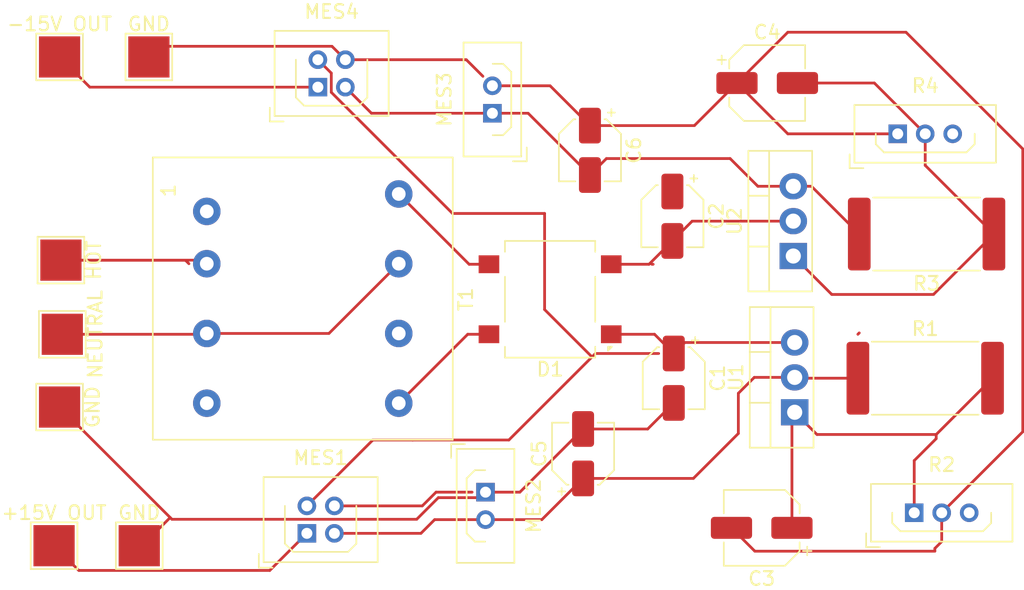
<source format=kicad_pcb>
(kicad_pcb (version 20241229) (generator "pcbnew") (generator_version "9.0")
  (layers (0 "F.Cu" signal) (2 "B.Cu" signal) (13 "F.Paste" user) (15 "B.Paste" user) (5 "F.SilkS" user "F.Silkscreen") (7 "B.SilkS" user "B.Silkscreen") (1 "F.Mask" user) (3 "B.Mask" user) (25 "Edge.Cuts" user))
  (net 0 "")
  (net 1 "Net-(T1-SA)")
  (net 2 "Net-(D1-+)")
  (net 3 "Net-(D1--)")
  (net 4 "Net-(T1-SB)")
  (net 5 "Net-(MES1-+)")
  (net 6 "Net-(U1-ADJ)")
  (net 7 "Net-(U2-ADJ)")
  (net 8 "Net-(MES3--)")
  (net 9 "GND")
  (net 10 "Net-(T1-AA)")
  (net 11 "/1.25 TO 21.35V Output")
  (net 12 "/-1.25 TO -21.35V Output")
  (footprint "Transformer_THT:Transformer_Coilcraft_Q4434-B_Rhombus-T1311" (layer "F.Cu") (at 96.015 78.15 -90)
    (property "Reference" "T1" (at 6.4 -18.85 90) (layer "F.SilkS"))
    (property "Value" "Triad F5-24" (hide yes))
    (fp_line (start 16.63 3.93) (end -3.93 3.93) (stroke (width 0.12)) (layer "F.SilkS"))
    (fp_line (start 16.63 3.93) (end 16.63 -17.9) (stroke (width 0.12)) (layer "F.SilkS"))
    (fp_line (start -3.93 -17.9) (end -3.93 3.93) (stroke (width 0.12)) (layer "F.SilkS"))
    (fp_line (start -3.93 -17.9) (end 16.63 -17.9) (stroke (width 0.12)) (layer "F.SilkS"))
    (fp_text user "1" (at -1.52 2.79 90) (layer "F.SilkS"))
    (pad "1" thru_hole circle (at 0 0 270) (size 2 2) (drill 1) (layers "*.Cu" "*.Mask"))
    (pad "2" thru_hole circle (at 3.81 0 270) (size 2 2) (drill 1) (layers "*.Cu" "*.Mask") (net 10 "Net-(T1-AA)"))
    (pad "3" thru_hole circle (at 8.89 0 270) (size 2 2) (drill 1) (layers "*.Cu" "*.Mask") (net 9 "GND"))
    (pad "4" thru_hole circle (at 13.97 0 270) (size 2 2) (drill 1) (layers "*.Cu" "*.Mask"))
    (pad "5" thru_hole circle (at 13.97 -13.97 270) (size 2 2) (drill 1) (layers "*.Cu" "*.Mask") (net 4 "Net-(T1-SB)"))
    (pad "6" thru_hole circle (at 8.89 -13.97 270) (size 2 2) (drill 1) (layers "*.Cu" "*.Mask"))
    (pad "7" thru_hole circle (at 3.81 -13.97 270) (size 2 2) (drill 1) (layers "*.Cu" "*.Mask") (net 9 "GND"))
    (pad "8" thru_hole circle (at -1.27 -13.97 270) (size 2 2) (drill 1) (layers "*.Cu" "*.Mask") (net 1 "Net-(T1-SA)"))
  )
  (footprint "Diode_SMD:Diode_Bridge_OnSemi_SDIP-4L" (layer "F.Cu") (at 121 84.55 180)
    (property "Reference" "D1" (at 0 -5.1 0) (layer "F.SilkS"))
    (property "Value" "CD-HD2004" (hide yes))
    (fp_line (start 3.285 4.25) (end 3.285 3.46) (stroke (width 0.12)) (layer "F.SilkS"))
    (fp_line (start 3.285 -1.64) (end 3.285 1.64) (stroke (width 0.12)) (layer "F.SilkS"))
    (fp_line (start 3.285 -3.46) (end 3.285 -4.25) (stroke (width 0.12)) (layer "F.SilkS"))
    (fp_line (start -3.275 -4.25) (end 3.275 -4.25) (stroke (width 0.12)) (layer "F.SilkS"))
    (fp_line (start -3.285 4.25) (end 3.285 4.25) (stroke (width 0.12)) (layer "F.SilkS"))
    (fp_line (start -3.285 3.46) (end -3.285 4.25) (stroke (width 0.12)) (layer "F.SilkS"))
    (fp_line (start -3.285 -1.64) (end -3.285 1.64) (stroke (width 0.12)) (layer "F.SilkS"))
    (fp_line (start -3.285 -4.25) (end -3.285 -3.46) (stroke (width 0.12)) (layer "F.SilkS"))
    (fp_poly (pts (xy -4.2125 -3.46) (xy -4.4925 -3.46) (xy -4.2125 -3.74) (xy -4.2125 -3.46)) (stroke (width 0.12)) (fill yes) (layer "F.SilkS"))
    (pad "1" smd rect (at -4.45 -2.55 180) (size 1.5 1.3) (layers "F.Cu" "F.Mask" "F.Paste") (net 2 "Net-(D1-+)"))
    (pad "2" smd rect (at -4.45 2.55 180) (size 1.5 1.3) (layers "F.Cu" "F.Mask" "F.Paste") (net 3 "Net-(D1--)"))
    (pad "3" smd rect (at 4.45 2.55 180) (size 1.5 1.3) (layers "F.Cu" "F.Mask" "F.Paste") (net 1 "Net-(T1-SA)"))
    (pad "4" smd rect (at 4.45 -2.55 180) (size 1.5 1.3) (layers "F.Cu" "F.Mask" "F.Paste") (net 4 "Net-(T1-SB)"))
  )
  (footprint "Connector_Harwin:Harwin_LTek-Male_2x02_P2.00mm_Vertical" (layer "F.Cu") (at 103.3 101.6)
    (property "Reference" "MES1" (at 1 -5.5 0) (layer "F.SilkS"))
    (property "Value" "Adafruit Ammeter" (hide yes))
    (fp_line (start -3.5 1.5) (end -3.5 2.5) (stroke (width 0.12)) (layer "F.SilkS"))
    (fp_line (start -3.5 2.5) (end -2.5 2.5) (stroke (width 0.12)) (layer "F.SilkS"))
    (fp_line (start -3.15 -4.1) (end -3.15 2.1) (stroke (width 0.12)) (layer "F.SilkS"))
    (fp_line (start -3.15 2.1) (end 5.15 2.1) (stroke (width 0.12)) (layer "F.SilkS"))
    (fp_line (start -1.6 -2) (end -1.6 0.75) (stroke (width 0.12)) (layer "F.SilkS"))
    (fp_line (start -1.6 0.75) (end -1 1.35) (stroke (width 0.12)) (layer "F.SilkS"))
    (fp_line (start -1 1.35) (end 1 1.35) (stroke (width 0.12)) (layer "F.SilkS"))
    (fp_line (start 3 1.35) (end 1 1.35) (stroke (width 0.12)) (layer "F.SilkS"))
    (fp_line (start 3.6 -2) (end 3.6 0.75) (stroke (width 0.12)) (layer "F.SilkS"))
    (fp_line (start 3.6 0.75) (end 3 1.35) (stroke (width 0.12)) (layer "F.SilkS"))
    (fp_line (start 5.15 -4.1) (end -3.15 -4.1) (stroke (width 0.12)) (layer "F.SilkS"))
    (fp_line (start 5.15 2.1) (end 5.15 -4.1) (stroke (width 0.12)) (layer "F.SilkS"))
    (pad "1" thru_hole rect (at 0 0) (size 1.35 1.35) (drill 0.8) (layers "*.Cu" "*.Mask") (net 11 "/1.25 TO 21.35V Output"))
    (pad "2" thru_hole circle (at 2 0) (size 1.35 1.35) (drill 0.8) (layers "*.Cu" "*.Mask") (net 5 "Net-(MES1-+)"))
    (pad "3" thru_hole circle (at 0 -2) (size 1.35 1.35) (drill 0.8) (layers "*.Cu" "*.Mask"))
    (pad "4" thru_hole circle (at 2 -2) (size 1.35 1.35) (drill 0.8) (layers "*.Cu" "*.Mask"))
  )
  (footprint "TestPoint:TestPoint_Pad_3.0x3.0mm" (layer "F.Cu") (at 85.3 66.9)
    (property "Reference" "-15V OUT" (at 0 -2.398 0) (layer "F.SilkS"))
    (property "Value" "-15V Out" (hide yes))
    (fp_line (start -1.7 -1.7) (end 1.7 -1.7) (stroke (width 0.12)) (layer "F.SilkS"))
    (fp_line (start -1.7 1.7) (end -1.7 -1.7) (stroke (width 0.12)) (layer "F.SilkS"))
    (fp_line (start 1.7 -1.7) (end 1.7 1.7) (stroke (width 0.12)) (layer "F.SilkS"))
    (fp_line (start 1.7 1.7) (end -1.7 1.7) (stroke (width 0.12)) (layer "F.SilkS"))
    (pad "6" smd rect (at 0 0) (size 3 3) (layers "F.Cu" "F.Mask") (net 12 "/-1.25 TO -21.35V Output"))
  )
  (footprint "Capacitor_SMD:CP_Elec_4x4.5" (layer "F.Cu") (at 130 90.3 -90)
    (property "Reference" "C1" (at 0 -3.2 90) (layer "F.SilkS"))
    (property "Value" "0.1μF" (hide yes))
    (fp_line (start -1.195563 2.26) (end 2.26 2.26) (stroke (width 0.12)) (layer "F.SilkS"))
    (fp_line (start 2.26 2.26) (end 2.26 1.06) (stroke (width 0.12)) (layer "F.SilkS"))
    (fp_line (start -2.26 1.195563) (end -1.195563 2.26) (stroke (width 0.12)) (layer "F.SilkS"))
    (fp_line (start -2.26 1.195563) (end -2.26 1.06) (stroke (width 0.12)) (layer "F.SilkS"))
    (fp_line (start -2.26 -1.195563) (end -2.26 -1.06) (stroke (width 0.12)) (layer "F.SilkS"))
    (fp_line (start -2.26 -1.195563) (end -1.195563 -2.26) (stroke (width 0.12)) (layer "F.SilkS"))
    (fp_line (start -3 -1.56) (end -2.5 -1.56) (stroke (width 0.12)) (layer "F.SilkS"))
    (fp_line (start -2.75 -1.81) (end -2.75 -1.31) (stroke (width 0.12)) (layer "F.SilkS"))
    (fp_line (start -1.195563 -2.26) (end 2.26 -2.26) (stroke (width 0.12)) (layer "F.SilkS"))
    (fp_line (start 2.26 -2.26) (end 2.26 -1.06) (stroke (width 0.12)) (layer "F.SilkS"))
    (pad "1" smd roundrect (at -1.8 0 270) (size 2.6 1.6) (layers "F.Cu" "F.Mask" "F.Paste") (roundrect_rratio 0.15625) (net 2 "Net-(D1-+)"))
    (pad "2" smd roundrect (at 1.8 0 270) (size 2.6 1.6) (layers "F.Cu" "F.Mask" "F.Paste") (roundrect_rratio 0.15625) (net 9 "GND"))
  )
  (footprint "Package_TO_SOT_THT:TO-220-3_Vertical" (layer "F.Cu") (at 138.7 81.4 90)
    (property "Reference" "U2" (at 2.54 -4.27 90) (layer "F.SilkS"))
    (property "Value" "LM337_TO220" (hide yes))
    (fp_line (start 7.66 -3.27) (end 7.66 1.371) (stroke (width 0.12)) (layer "F.SilkS"))
    (fp_line (start 4.391 -3.27) (end 4.391 -1.76) (stroke (width 0.12)) (layer "F.SilkS"))
    (fp_line (start 0.69 -3.27) (end 0.69 -1.76) (stroke (width 0.12)) (layer "F.SilkS"))
    (fp_line (start -2.58 -3.27) (end 7.66 -3.27) (stroke (width 0.12)) (layer "F.SilkS"))
    (fp_line (start -2.58 -3.27) (end -2.58 1.371) (stroke (width 0.12)) (layer "F.SilkS"))
    (fp_line (start -2.58 -1.76) (end 7.66 -1.76) (stroke (width 0.12)) (layer "F.SilkS"))
    (fp_line (start -2.58 1.371) (end 7.66 1.371) (stroke (width 0.12)) (layer "F.SilkS"))
    (pad "1" thru_hole rect (at 0 0 90) (size 1.905 2) (drill 1.1) (layers "*.Cu" "*.Mask") (net 7 "Net-(U2-ADJ)"))
    (pad "2" thru_hole oval (at 2.54 0 90) (size 1.905 2) (drill 1.1) (layers "*.Cu" "*.Mask") (net 3 "Net-(D1--)"))
    (pad "3" thru_hole oval (at 5.08 0 90) (size 1.905 2) (drill 1.1) (layers "*.Cu" "*.Mask") (net 8 "Net-(MES3--)"))
  )
  (footprint "TestPoint:TestPoint_Pad_3.0x3.0mm" (layer "F.Cu") (at 84.9 102.5)
    (property "Reference" "+15V OUT" (at 0 -2.398 0) (layer "F.SilkS"))
    (property "Value" "+15V Out" (hide yes))
    (fp_line (start -1.7 -1.7) (end 1.7 -1.7) (stroke (width 0.12)) (layer "F.SilkS"))
    (fp_line (start -1.7 1.7) (end -1.7 -1.7) (stroke (width 0.12)) (layer "F.SilkS"))
    (fp_line (start 1.7 -1.7) (end 1.7 1.7) (stroke (width 0.12)) (layer "F.SilkS"))
    (fp_line (start 1.7 1.7) (end -1.7 1.7) (stroke (width 0.12)) (layer "F.SilkS"))
    (pad "4" smd rect (at 0 0) (size 3 3) (layers "F.Cu" "F.Mask") (net 11 "/1.25 TO 21.35V Output"))
  )
  (footprint "Connector_Harwin:Harwin_LTek-Male_03_P2.00mm_Vertical" (layer "F.Cu") (at 146.3 72.5)
    (property "Reference" "R4" (at 2 -3.5 0) (layer "F.SilkS"))
    (property "Value" "2kΩ" (hide yes))
    (fp_line (start -3.5 1.5) (end -3.5 2.5) (stroke (width 0.12)) (layer "F.SilkS"))
    (fp_line (start -3.5 2.5) (end -2.5 2.5) (stroke (width 0.12)) (layer "F.SilkS"))
    (fp_line (start -3.15 -2.1) (end -3.15 2.1) (stroke (width 0.12)) (layer "F.SilkS"))
    (fp_line (start -3.15 2.1) (end 7.15 2.1) (stroke (width 0.12)) (layer "F.SilkS"))
    (fp_line (start -1.6 0) (end -1.6 0.75) (stroke (width 0.12)) (layer "F.SilkS"))
    (fp_line (start -1.6 0.75) (end -1 1.35) (stroke (width 0.12)) (layer "F.SilkS"))
    (fp_line (start -1 1.35) (end 2 1.35) (stroke (width 0.12)) (layer "F.SilkS"))
    (fp_line (start 5 1.35) (end 2 1.35) (stroke (width 0.12)) (layer "F.SilkS"))
    (fp_line (start 5.6 0) (end 5.6 0.75) (stroke (width 0.12)) (layer "F.SilkS"))
    (fp_line (start 5.6 0.75) (end 5 1.35) (stroke (width 0.12)) (layer "F.SilkS"))
    (fp_line (start 7.15 -2.1) (end -3.15 -2.1) (stroke (width 0.12)) (layer "F.SilkS"))
    (fp_line (start 7.15 2.1) (end 7.15 -2.1) (stroke (width 0.12)) (layer "F.SilkS"))
    (pad "1" thru_hole rect (at 0 0) (size 1.35 1.35) (drill 0.8) (layers "*.Cu" "*.Mask") (net 9 "GND"))
    (pad "2" thru_hole circle (at 2 0) (size 1.35 1.35) (drill 0.8) (layers "*.Cu" "*.Mask") (net 7 "Net-(U2-ADJ)"))
    (pad "3" thru_hole circle (at 4 0) (size 1.35 1.35) (drill 0.8) (layers "*.Cu" "*.Mask"))
  )
  (footprint "Capacitor_SMD:CP_Elec_5x5.3" (layer "F.Cu") (at 136.4 101.2 180)
    (property "Reference" "C3" (at 0 -3.7 0) (layer "F.SilkS"))
    (property "Value" "10μF" (hide yes))
    (fp_line (start 2.76 2.76) (end 2.76 1.06) (stroke (width 0.12)) (layer "F.SilkS"))
    (fp_line (start 2.76 -2.76) (end 2.76 -1.06) (stroke (width 0.12)) (layer "F.SilkS"))
    (fp_line (start -1.695563 2.76) (end 2.76 2.76) (stroke (width 0.12)) (layer "F.SilkS"))
    (fp_line (start -1.695563 -2.76) (end 2.76 -2.76) (stroke (width 0.12)) (layer "F.SilkS"))
    (fp_line (start -2.76 1.695563) (end -1.695563 2.76) (stroke (width 0.12)) (layer "F.SilkS"))
    (fp_line (start -2.76 1.695563) (end -2.76 1.06) (stroke (width 0.12)) (layer "F.SilkS"))
    (fp_line (start -2.76 -1.695563) (end -1.695563 -2.76) (stroke (width 0.12)) (layer "F.SilkS"))
    (fp_line (start -2.76 -1.695563) (end -2.76 -1.06) (stroke (width 0.12)) (layer "F.SilkS"))
    (fp_line (start -3.3125 -1.9975) (end -3.3125 -1.3725) (stroke (width 0.12)) (layer "F.SilkS"))
    (fp_line (start -3.625 -1.685) (end -3 -1.685) (stroke (width 0.12)) (layer "F.SilkS"))
    (pad "1" smd roundrect (at -2.2 0 180) (size 3 1.6) (layers "F.Cu" "F.Mask" "F.Paste") (roundrect_rratio 0.15625) (net 6 "Net-(U1-ADJ)"))
    (pad "2" smd roundrect (at 2.2 0 180) (size 3 1.6) (layers "F.Cu" "F.Mask" "F.Paste") (roundrect_rratio 0.15625) (net 9 "GND"))
  )
  (footprint "Connector_Harwin:Harwin_LTek-Male_03_P2.00mm_Vertical" (layer "F.Cu") (at 147.5 100.1)
    (property "Reference" "R2" (at 2 -3.5 0) (layer "F.SilkS"))
    (property "Value" "2kΩ" (hide yes))
    (fp_line (start -3.5 1.5) (end -3.5 2.5) (stroke (width 0.12)) (layer "F.SilkS"))
    (fp_line (start -3.5 2.5) (end -2.5 2.5) (stroke (width 0.12)) (layer "F.SilkS"))
    (fp_line (start -3.15 -2.1) (end -3.15 2.1) (stroke (width 0.12)) (layer "F.SilkS"))
    (fp_line (start -3.15 2.1) (end 7.15 2.1) (stroke (width 0.12)) (layer "F.SilkS"))
    (fp_line (start -1.6 0) (end -1.6 0.75) (stroke (width 0.12)) (layer "F.SilkS"))
    (fp_line (start -1.6 0.75) (end -1 1.35) (stroke (width 0.12)) (layer "F.SilkS"))
    (fp_line (start -1 1.35) (end 2 1.35) (stroke (width 0.12)) (layer "F.SilkS"))
    (fp_line (start 5 1.35) (end 2 1.35) (stroke (width 0.12)) (layer "F.SilkS"))
    (fp_line (start 5.6 0) (end 5.6 0.75) (stroke (width 0.12)) (layer "F.SilkS"))
    (fp_line (start 5.6 0.75) (end 5 1.35) (stroke (width 0.12)) (layer "F.SilkS"))
    (fp_line (start 7.15 -2.1) (end -3.15 -2.1) (stroke (width 0.12)) (layer "F.SilkS"))
    (fp_line (start 7.15 2.1) (end 7.15 -2.1) (stroke (width 0.12)) (layer "F.SilkS"))
    (pad "1" thru_hole rect (at 0 0) (size 1.35 1.35) (drill 0.8) (layers "*.Cu" "*.Mask") (net 6 "Net-(U1-ADJ)"))
    (pad "2" thru_hole circle (at 2 0) (size 1.35 1.35) (drill 0.8) (layers "*.Cu" "*.Mask") (net 9 "GND"))
    (pad "3" thru_hole circle (at 4 0) (size 1.35 1.35) (drill 0.8) (layers "*.Cu" "*.Mask"))
  )
  (footprint "Connector_Harwin:Harwin_LTek-Male_02_P2.00mm_Vertical" (layer "F.Cu") (at 116.8 71 90)
    (property "Reference" "MES3" (at 1 -3.5 90) (layer "F.SilkS"))
    (property "Value" "Adafruit Voltmeter" (hide yes))
    (fp_line (start 5.15 -2.1) (end -3.15 -2.1) (stroke (width 0.12)) (layer "F.SilkS"))
    (fp_line (start -3.15 -2.1) (end -3.15 2.1) (stroke (width 0.12)) (layer "F.SilkS"))
    (fp_line (start 3.6 0.025) (end 3.6 0.775) (stroke (width 0.12)) (layer "F.SilkS"))
    (fp_line (start -1.6 0.025) (end -1.6 0.775) (stroke (width 0.12)) (layer "F.SilkS"))
    (fp_line (start 3.6 0.775) (end 3 1.375) (stroke (width 0.12)) (layer "F.SilkS"))
    (fp_line (start -1.6 0.775) (end -1 1.375) (stroke (width 0.12)) (layer "F.SilkS"))
    (fp_line (start 3 1.375) (end 1 1.375) (stroke (width 0.12)) (layer "F.SilkS"))
    (fp_line (start -1 1.375) (end 1 1.375) (stroke (width 0.12)) (layer "F.SilkS"))
    (fp_line (start -3.5 1.5) (end -3.5 2.5) (stroke (width 0.12)) (layer "F.SilkS"))
    (fp_line (start 5.15 2.1) (end 5.15 -2.1) (stroke (width 0.12)) (layer "F.SilkS"))
    (fp_line (start -3.15 2.1) (end 5.15 2.1) (stroke (width 0.12)) (layer "F.SilkS"))
    (fp_line (start -3.5 2.5) (end -2.5 2.5) (stroke (width 0.12)) (layer "F.SilkS"))
    (pad "1" thru_hole rect (at 0 0 90) (size 1.35 1.35) (drill 0.8) (layers "*.Cu" "*.Mask") (net 8 "Net-(MES3--)"))
    (pad "2" thru_hole circle (at 2 0 90) (size 1.35 1.35) (drill 0.8) (layers "*.Cu" "*.Mask") (net 9 "GND"))
  )
  (footprint "TestPoint:TestPoint_Pad_3.0x3.0mm" (layer "F.Cu") (at 85.5 87.1 -90)
    (property "Reference" "NEUTRAL" (at 0 -2.398 90) (layer "F.SilkS"))
    (property "Value" "NEUTRAL" (hide yes))
    (fp_line (start -1.7 1.7) (end -1.7 -1.7) (stroke (width 0.12)) (layer "F.SilkS"))
    (fp_line (start 1.7 1.7) (end -1.7 1.7) (stroke (width 0.12)) (layer "F.SilkS"))
    (fp_line (start -1.7 -1.7) (end 1.7 -1.7) (stroke (width 0.12)) (layer "F.SilkS"))
    (fp_line (start 1.7 -1.7) (end 1.7 1.7) (stroke (width 0.12)) (layer "F.SilkS"))
    (pad "2" smd rect (at 0 0 270) (size 3 3) (layers "F.Cu" "F.Mask") (net 9 "GND"))
  )
  (footprint "Resistor_SMD:R_4020_10251Metric_Pad1.65x5.30mm_HandSolder" (layer "F.Cu") (at 148.4 79.8 180)
    (property "Reference" "R3" (at 0 -3.6 0) (layer "F.SilkS"))
    (property "Value" "120Ω 1%" (hide yes))
    (fp_line (start -3.886252 2.66) (end 3.886252 2.66) (stroke (width 0.12)) (layer "F.SilkS"))
    (fp_line (start -3.886252 -2.66) (end 3.886252 -2.66) (stroke (width 0.12)) (layer "F.SilkS"))
    (pad "1" smd roundrect (at -4.9 0 180) (size 1.65 5.3) (layers "F.Cu" "F.Mask" "F.Paste") (roundrect_rratio 0.151515) (net 7 "Net-(U2-ADJ)"))
    (pad "2" smd roundrect (at 4.9 0 180) (size 1.65 5.3) (layers "F.Cu" "F.Mask" "F.Paste") (roundrect_rratio 0.151515) (net 8 "Net-(MES3--)"))
  )
  (footprint "TestPoint:TestPoint_Pad_3.0x3.0mm" (layer "F.Cu") (at 91.8 66.9)
    (property "Reference" "GND" (at 0 -2.398 0) (layer "F.SilkS"))
    (property "Value" "GND" (hide yes))
    (fp_line (start -1.7 -1.7) (end 1.7 -1.7) (stroke (width 0.12)) (layer "F.SilkS"))
    (fp_line (start -1.7 1.7) (end -1.7 -1.7) (stroke (width 0.12)) (layer "F.SilkS"))
    (fp_line (start 1.7 -1.7) (end 1.7 1.7) (stroke (width 0.12)) (layer "F.SilkS"))
    (fp_line (start 1.7 1.7) (end -1.7 1.7) (stroke (width 0.12)) (layer "F.SilkS"))
    (pad "7" smd rect (at 0 0) (size 3 3) (layers "F.Cu" "F.Mask") (net 9 "GND"))
  )
  (footprint "Capacitor_SMD:CP_Elec_4x5.8" (layer "F.Cu") (at 123.4 95.8 90)
    (property "Reference" "C5" (at 0 -3.2 90) (layer "F.SilkS"))
    (property "Value" "1μF" (hide yes))
    (fp_line (start 2.26 -2.26) (end 2.26 -1.06) (stroke (width 0.12)) (layer "F.SilkS"))
    (fp_line (start -1.195563 -2.26) (end 2.26 -2.26) (stroke (width 0.12)) (layer "F.SilkS"))
    (fp_line (start -2.75 -1.81) (end -2.75 -1.31) (stroke (width 0.12)) (layer "F.SilkS"))
    (fp_line (start -3 -1.56) (end -2.5 -1.56) (stroke (width 0.12)) (layer "F.SilkS"))
    (fp_line (start -2.26 -1.195563) (end -1.195563 -2.26) (stroke (width 0.12)) (layer "F.SilkS"))
    (fp_line (start -2.26 -1.195563) (end -2.26 -1.06) (stroke (width 0.12)) (layer "F.SilkS"))
    (fp_line (start -2.26 1.195563) (end -2.26 1.06) (stroke (width 0.12)) (layer "F.SilkS"))
    (fp_line (start -2.26 1.195563) (end -1.195563 2.26) (stroke (width 0.12)) (layer "F.SilkS"))
    (fp_line (start 2.26 2.26) (end 2.26 1.06) (stroke (width 0.12)) (layer "F.SilkS"))
    (fp_line (start -1.195563 2.26) (end 2.26 2.26) (stroke (width 0.12)) (layer "F.SilkS"))
    (pad "1" smd roundrect (at -1.8 0 90) (size 2.6 1.6) (layers "F.Cu" "F.Mask" "F.Paste") (roundrect_rratio 0.15625) (net 5 "Net-(MES1-+)"))
    (pad "2" smd roundrect (at 1.8 0 90) (size 2.6 1.6) (layers "F.Cu" "F.Mask" "F.Paste") (roundrect_rratio 0.15625) (net 9 "GND"))
  )
  (footprint "TestPoint:TestPoint_Pad_3.0x3.0mm" (layer "F.Cu") (at 91.1 102.5)
    (property "Reference" "GND" (at 0 -2.398 0) (layer "F.SilkS"))
    (property "Value" "GND" (hide yes))
    (fp_line (start -1.7 -1.7) (end 1.7 -1.7) (stroke (width 0.12)) (layer "F.SilkS"))
    (fp_line (start -1.7 1.7) (end -1.7 -1.7) (stroke (width 0.12)) (layer "F.SilkS"))
    (fp_line (start 1.7 -1.7) (end 1.7 1.7) (stroke (width 0.12)) (layer "F.SilkS"))
    (fp_line (start 1.7 1.7) (end -1.7 1.7) (stroke (width 0.12)) (layer "F.SilkS"))
    (pad "5" smd rect (at 0 0) (size 3 3) (layers "F.Cu" "F.Mask") (net 9 "GND"))
  )
  (footprint "Capacitor_SMD:CP_Elec_4x4.5" (layer "F.Cu") (at 129.9 78.5 -90)
    (property "Reference" "C2" (at 0 -3.2 90) (layer "F.SilkS"))
    (property "Value" "0.1μF" (hide yes))
    (fp_line (start -1.195563 2.26) (end 2.26 2.26) (stroke (width 0.12)) (layer "F.SilkS"))
    (fp_line (start 2.26 2.26) (end 2.26 1.06) (stroke (width 0.12)) (layer "F.SilkS"))
    (fp_line (start -2.26 1.195563) (end -1.195563 2.26) (stroke (width 0.12)) (layer "F.SilkS"))
    (fp_line (start -2.26 1.195563) (end -2.26 1.06) (stroke (width 0.12)) (layer "F.SilkS"))
    (fp_line (start -2.26 -1.195563) (end -2.26 -1.06) (stroke (width 0.12)) (layer "F.SilkS"))
    (fp_line (start -2.26 -1.195563) (end -1.195563 -2.26) (stroke (width 0.12)) (layer "F.SilkS"))
    (fp_line (start -3 -1.56) (end -2.5 -1.56) (stroke (width 0.12)) (layer "F.SilkS"))
    (fp_line (start -2.75 -1.81) (end -2.75 -1.31) (stroke (width 0.12)) (layer "F.SilkS"))
    (fp_line (start -1.195563 -2.26) (end 2.26 -2.26) (stroke (width 0.12)) (layer "F.SilkS"))
    (fp_line (start 2.26 -2.26) (end 2.26 -1.06) (stroke (width 0.12)) (layer "F.SilkS"))
    (pad "1" smd roundrect (at -1.8 0 270) (size 2.6 1.6) (layers "F.Cu" "F.Mask" "F.Paste") (roundrect_rratio 0.15625) (net 9 "GND"))
    (pad "2" smd roundrect (at 1.8 0 270) (size 2.6 1.6) (layers "F.Cu" "F.Mask" "F.Paste") (roundrect_rratio 0.15625) (net 3 "Net-(D1--)"))
  )
  (footprint "Connector_Harwin:Harwin_LTek-Male_2x02_P2.00mm_Vertical" (layer "F.Cu") (at 104.1 69.1)
    (property "Reference" "MES4" (at 1 -5.5 0) (layer "F.SilkS"))
    (property "Value" "Adafruit Ammeter" (hide yes))
    (fp_line (start -3.5 1.5) (end -3.5 2.5) (stroke (width 0.12)) (layer "F.SilkS"))
    (fp_line (start -3.5 2.5) (end -2.5 2.5) (stroke (width 0.12)) (layer "F.SilkS"))
    (fp_line (start -3.15 -4.1) (end -3.15 2.1) (stroke (width 0.12)) (layer "F.SilkS"))
    (fp_line (start -3.15 2.1) (end 5.15 2.1) (stroke (width 0.12)) (layer "F.SilkS"))
    (fp_line (start -1.6 -2) (end -1.6 0.75) (stroke (width 0.12)) (layer "F.SilkS"))
    (fp_line (start -1.6 0.75) (end -1 1.35) (stroke (width 0.12)) (layer "F.SilkS"))
    (fp_line (start -1 1.35) (end 1 1.35) (stroke (width 0.12)) (layer "F.SilkS"))
    (fp_line (start 3 1.35) (end 1 1.35) (stroke (width 0.12)) (layer "F.SilkS"))
    (fp_line (start 3.6 -2) (end 3.6 0.75) (stroke (width 0.12)) (layer "F.SilkS"))
    (fp_line (start 3.6 0.75) (end 3 1.35) (stroke (width 0.12)) (layer "F.SilkS"))
    (fp_line (start 5.15 -4.1) (end -3.15 -4.1) (stroke (width 0.12)) (layer "F.SilkS"))
    (fp_line (start 5.15 2.1) (end 5.15 -4.1) (stroke (width 0.12)) (layer "F.SilkS"))
    (pad "1" thru_hole rect (at 0 0) (size 1.35 1.35) (drill 0.8) (layers "*.Cu" "*.Mask") (net 12 "/-1.25 TO -21.35V Output"))
    (pad "2" thru_hole circle (at 2 0) (size 1.35 1.35) (drill 0.8) (layers "*.Cu" "*.Mask") (net 8 "Net-(MES3--)"))
    (pad "3" thru_hole circle (at 0 -2) (size 1.35 1.35) (drill 0.8) (layers "*.Cu" "*.Mask"))
    (pad "4" thru_hole circle (at 2 -2) (size 1.35 1.35) (drill 0.8) (layers "*.Cu" "*.Mask") (net 9 "GND"))
  )
  (footprint "TestPoint:TestPoint_Pad_3.0x3.0mm" (layer "F.Cu") (at 85.4 81.7 -90)
    (property "Reference" "HOT" (at 0 -2.398 90) (layer "F.SilkS"))
    (property "Value" "HOT" (hide yes))
    (fp_line (start -1.7 1.7) (end -1.7 -1.7) (stroke (width 0.12)) (layer "F.SilkS"))
    (fp_line (start 1.7 1.7) (end -1.7 1.7) (stroke (width 0.12)) (layer "F.SilkS"))
    (fp_line (start -1.7 -1.7) (end 1.7 -1.7) (stroke (width 0.12)) (layer "F.SilkS"))
    (fp_line (start 1.7 -1.7) (end 1.7 1.7) (stroke (width 0.12)) (layer "F.SilkS"))
    (pad "1" smd rect (at 0 0 270) (size 3 3) (layers "F.Cu" "F.Mask") (net 10 "Net-(T1-AA)"))
  )
  (footprint "Resistor_SMD:R_4020_10251Metric_Pad1.65x5.30mm_HandSolder" (layer "F.Cu") (at 148.3 90.3)
    (property "Reference" "R1" (at 0 -3.6 0) (layer "F.SilkS"))
    (property "Value" "120Ω 1%" (hide yes))
    (fp_line (start -3.886252 -2.66) (end 3.886252 -2.66) (stroke (width 0.12)) (layer "F.SilkS"))
    (fp_line (start -3.886252 2.66) (end 3.886252 2.66) (stroke (width 0.12)) (layer "F.SilkS"))
    (pad "1" smd roundrect (at -4.9 0) (size 1.65 5.3) (layers "F.Cu" "F.Mask" "F.Paste") (roundrect_rratio 0.151515) (net 5 "Net-(MES1-+)"))
    (pad "2" smd roundrect (at 4.9 0) (size 1.65 5.3) (layers "F.Cu" "F.Mask" "F.Paste") (roundrect_rratio 0.151515) (net 6 "Net-(U1-ADJ)"))
  )
  (footprint "TestPoint:TestPoint_Pad_3.0x3.0mm" (layer "F.Cu") (at 85.3 92.4 -90)
    (property "Reference" "GND" (at 0 -2.398 90) (layer "F.SilkS"))
    (property "Value" "GND" (hide yes))
    (fp_line (start -1.7 1.7) (end -1.7 -1.7) (stroke (width 0.12)) (layer "F.SilkS"))
    (fp_line (start 1.7 1.7) (end -1.7 1.7) (stroke (width 0.12)) (layer "F.SilkS"))
    (fp_line (start -1.7 -1.7) (end 1.7 -1.7) (stroke (width 0.12)) (layer "F.SilkS"))
    (fp_line (start 1.7 -1.7) (end 1.7 1.7) (stroke (width 0.12)) (layer "F.SilkS"))
    (pad "3" smd rect (at 0 0 270) (size 3 3) (layers "F.Cu" "F.Mask") (net 9 "GND"))
  )
  (footprint "Capacitor_SMD:CP_Elec_5x5.3" (layer "F.Cu") (at 136.8 68.8)
    (property "Reference" "C4" (at 0 -3.7 0) (layer "F.SilkS"))
    (property "Value" "10μF" (hide yes))
    (fp_line (start -3.625 -1.685) (end -3 -1.685) (stroke (width 0.12)) (layer "F.SilkS"))
    (fp_line (start -3.3125 -1.9975) (end -3.3125 -1.3725) (stroke (width 0.12)) (layer "F.SilkS"))
    (fp_line (start -2.76 -1.695563) (end -2.76 -1.06) (stroke (width 0.12)) (layer "F.SilkS"))
    (fp_line (start -2.76 -1.695563) (end -1.695563 -2.76) (stroke (width 0.12)) (layer "F.SilkS"))
    (fp_line (start -2.76 1.695563) (end -2.76 1.06) (stroke (width 0.12)) (layer "F.SilkS"))
    (fp_line (start -2.76 1.695563) (end -1.695563 2.76) (stroke (width 0.12)) (layer "F.SilkS"))
    (fp_line (start -1.695563 -2.76) (end 2.76 -2.76) (stroke (width 0.12)) (layer "F.SilkS"))
    (fp_line (start -1.695563 2.76) (end 2.76 2.76) (stroke (width 0.12)) (layer "F.SilkS"))
    (fp_line (start 2.76 -2.76) (end 2.76 -1.06) (stroke (width 0.12)) (layer "F.SilkS"))
    (fp_line (start 2.76 2.76) (end 2.76 1.06) (stroke (width 0.12)) (layer "F.SilkS"))
    (pad "1" smd roundrect (at -2.2 0) (size 3 1.6) (layers "F.Cu" "F.Mask" "F.Paste") (roundrect_rratio 0.15625) (net 9 "GND"))
    (pad "2" smd roundrect (at 2.2 0) (size 3 1.6) (layers "F.Cu" "F.Mask" "F.Paste") (roundrect_rratio 0.15625) (net 7 "Net-(U2-ADJ)"))
  )
  (footprint "Connector_Harwin:Harwin_LTek-Male_02_P2.00mm_Vertical" (layer "F.Cu") (at 116.3 98.6 -90)
    (property "Reference" "MES2" (at 1 -3.5 90) (layer "F.SilkS"))
    (property "Value" "Adafruit Voltmeter" (hide yes))
    (fp_line (start -3.5 2.5) (end -2.5 2.5) (stroke (width 0.12)) (layer "F.SilkS"))
    (fp_line (start -3.15 2.1) (end 5.15 2.1) (stroke (width 0.12)) (layer "F.SilkS"))
    (fp_line (start 5.15 2.1) (end 5.15 -2.1) (stroke (width 0.12)) (layer "F.SilkS"))
    (fp_line (start -3.5 1.5) (end -3.5 2.5) (stroke (width 0.12)) (layer "F.SilkS"))
    (fp_line (start -1 1.375) (end 1 1.375) (stroke (width 0.12)) (layer "F.SilkS"))
    (fp_line (start 3 1.375) (end 1 1.375) (stroke (width 0.12)) (layer "F.SilkS"))
    (fp_line (start -1.6 0.775) (end -1 1.375) (stroke (width 0.12)) (layer "F.SilkS"))
    (fp_line (start 3.6 0.775) (end 3 1.375) (stroke (width 0.12)) (layer "F.SilkS"))
    (fp_line (start -1.6 0.025) (end -1.6 0.775) (stroke (width 0.12)) (layer "F.SilkS"))
    (fp_line (start 3.6 0.025) (end 3.6 0.775) (stroke (width 0.12)) (layer "F.SilkS"))
    (fp_line (start -3.15 -2.1) (end -3.15 2.1) (stroke (width 0.12)) (layer "F.SilkS"))
    (fp_line (start 5.15 -2.1) (end -3.15 -2.1) (stroke (width 0.12)) (layer "F.SilkS"))
    (pad "1" thru_hole rect (at 0 0 270) (size 1.35 1.35) (drill 0.8) (layers "*.Cu" "*.Mask") (net 9 "GND"))
    (pad "2" thru_hole circle (at 2 0 270) (size 1.35 1.35) (drill 0.8) (layers "*.Cu" "*.Mask") (net 5 "Net-(MES1-+)"))
  )
  (footprint "Capacitor_SMD:CP_Elec_4x5.8" (layer "F.Cu") (at 123.9 73.7 -90)
    (property "Reference" "C6" (at 0 -3.2 90) (layer "F.SilkS"))
    (property "Value" "1μF" (hide yes))
    (fp_line (start -1.195563 2.26) (end 2.26 2.26) (stroke (width 0.12)) (layer "F.SilkS"))
    (fp_line (start 2.26 2.26) (end 2.26 1.06) (stroke (width 0.12)) (layer "F.SilkS"))
    (fp_line (start -2.26 1.195563) (end -1.195563 2.26) (stroke (width 0.12)) (layer "F.SilkS"))
    (fp_line (start -2.26 1.195563) (end -2.26 1.06) (stroke (width 0.12)) (layer "F.SilkS"))
    (fp_line (start -2.26 -1.195563) (end -2.26 -1.06) (stroke (width 0.12)) (layer "F.SilkS"))
    (fp_line (start -2.26 -1.195563) (end -1.195563 -2.26) (stroke (width 0.12)) (layer "F.SilkS"))
    (fp_line (start -3 -1.56) (end -2.5 -1.56) (stroke (width 0.12)) (layer "F.SilkS"))
    (fp_line (start -2.75 -1.81) (end -2.75 -1.31) (stroke (width 0.12)) (layer "F.SilkS"))
    (fp_line (start -1.195563 -2.26) (end 2.26 -2.26) (stroke (width 0.12)) (layer "F.SilkS"))
    (fp_line (start 2.26 -2.26) (end 2.26 -1.06) (stroke (width 0.12)) (layer "F.SilkS"))
    (pad "1" smd roundrect (at -1.8 0 270) (size 2.6 1.6) (layers "F.Cu" "F.Mask" "F.Paste") (roundrect_rratio 0.15625) (net 9 "GND"))
    (pad "2" smd roundrect (at 1.8 0 270) (size 2.6 1.6) (layers "F.Cu" "F.Mask" "F.Paste") (roundrect_rratio 0.15625) (net 8 "Net-(MES3--)"))
  )
  (footprint "Package_TO_SOT_THT:TO-220-3_Vertical" (layer "F.Cu") (at 138.8 92.78 90)
    (property "Reference" "U1" (at 2.54 -4.27 90) (layer "F.SilkS"))
    (property "Value" "LM317_TO-220" (hide yes))
    (fp_line (start 7.66 -3.27) (end 7.66 1.371) (stroke (width 0.12)) (layer "F.SilkS"))
    (fp_line (start 4.391 -3.27) (end 4.391 -1.76) (stroke (width 0.12)) (layer "F.SilkS"))
    (fp_line (start 0.69 -3.27) (end 0.69 -1.76) (stroke (width 0.12)) (layer "F.SilkS"))
    (fp_line (start -2.58 -3.27) (end 7.66 -3.27) (stroke (width 0.12)) (layer "F.SilkS"))
    (fp_line (start -2.58 -3.27) (end -2.58 1.371) (stroke (width 0.12)) (layer "F.SilkS"))
    (fp_line (start -2.58 -1.76) (end 7.66 -1.76) (stroke (width 0.12)) (layer "F.SilkS"))
    (fp_line (start -2.58 1.371) (end 7.66 1.371) (stroke (width 0.12)) (layer "F.SilkS"))
    (pad "1" thru_hole rect (at 0 0 90) (size 1.905 2) (drill 1.1) (layers "*.Cu" "*.Mask") (net 6 "Net-(U1-ADJ)"))
    (pad "2" thru_hole oval (at 2.54 0 90) (size 1.905 2) (drill 1.1) (layers "*.Cu" "*.Mask") (net 5 "Net-(MES1-+)"))
    (pad "3" thru_hole oval (at 5.08 0 90) (size 1.905 2) (drill 1.1) (layers "*.Cu" "*.Mask") (net 2 "Net-(D1-+)"))
  )
  (segment (start 113.9 78.3) (end 120.6 78.3) (width 0.2) (layer "F.Cu") (net 0))
  (segment (start 124.3 88.5) (end 128.899 88.5) (width 0.2) (layer "F.Cu") (net 0))
  (segment (start 108.1 94.8) (end 111 94.8) (width 0.2) (layer "F.Cu") (net 0))
  (segment (start 105.076 69.476) (end 113.9 78.3) (width 0.2) (layer "F.Cu") (net 0))
  (segment (start 105.076 68.076) (end 105.076 69.476) (width 0.2) (layer "F.Cu") (net 0))
  (segment (start 103.3 99.6) (end 108.1 94.8) (width 0.2) (layer "F.Cu") (net 0))
  (segment (start 104.1 67.1) (end 105.076 68.076) (width 0.2) (layer "F.Cu") (net 0))
  (segment (start 111 94.8) (end 118 94.8) (width 0.2) (layer "F.Cu") (net 0))
  (segment (start 120.6 85.3) (end 124.05 88.75) (width 0.2) (layer "F.Cu") (net 0))
  (segment (start 118 94.8) (end 122.3 90.5) (width 0.2) (layer "F.Cu") (net 0))
  (segment (start 105.3 99.6) (end 111.7 99.6) (width 0.2) (layer "F.Cu") (net 0))
  (segment (start 112.7 98.6) (end 115.324 98.6) (width 0.2) (layer "F.Cu") (net 0))
  (segment (start 124.05 88.75) (end 124.3 88.5) (width 0.2) (layer "F.Cu") (net 0))
  (segment (start 120.6 78.3) (end 120.6 85.3) (width 0.2) (layer "F.Cu") (net 0))
  (segment (start 122.3 90.5) (end 124.05 88.75) (width 0.2) (layer "F.Cu") (net 0))
  (segment (start 111.7 99.6) (end 112.7 98.6) (width 0.2) (layer "F.Cu") (net 0))
  (segment (start 109.985 76.88) (end 115.105 82) (width 0.2) (layer "F.Cu") (net 1))
  (segment (start 115.105 82) (end 116.55 82) (width 0.2) (layer "F.Cu") (net 1))
  (segment (start 128.6 87.1) (end 130 88.5) (width 0.2) (layer "F.Cu") (net 2))
  (segment (start 143.4 87.1) (end 143.5 87) (width 0.2) (layer "F.Cu") (net 2))
  (segment (start 125.45 87.1) (end 128.6 87.1) (width 0.2) (layer "F.Cu") (net 2))
  (segment (start 130 88.5) (end 130.8 87.7) (width 0.2) (layer "F.Cu") (net 2))
  (segment (start 130.8 87.7) (end 138.8 87.7) (width 0.2) (layer "F.Cu") (net 2))
  (segment (start 129.9 80.3) (end 131.34 78.86) (width 0.2) (layer "F.Cu") (net 3))
  (segment (start 128.2 82) (end 129.9 80.3) (width 0.2) (layer "F.Cu") (net 3))
  (segment (start 128.4 82) (end 128.5 82) (width 0.2) (layer "F.Cu") (net 3))
  (segment (start 125.45 82) (end 128.2 82) (width 0.2) (layer "F.Cu") (net 3))
  (segment (start 131.34 78.86) (end 138.7 78.86) (width 0.2) (layer "F.Cu") (net 3))
  (segment (start 115.005 87.1) (end 109.985 92.12) (width 0.2) (layer "F.Cu") (net 4))
  (segment (start 116.55 87.1) (end 115.005 87.1) (width 0.2) (layer "F.Cu") (net 4))
  (segment (start 123.4 97.6) (end 131.4255 97.6) (width 0.2) (layer "F.Cu") (net 5))
  (segment (start 116.3 100.6) (end 120.4 100.6) (width 0.2) (layer "F.Cu") (net 5))
  (segment (start 116.3 100.6) (end 112.6 100.6) (width 0.2) (layer "F.Cu") (net 5))
  (segment (start 138.86 90.3) (end 138.8 90.24) (width 0.2) (layer "F.Cu") (net 5))
  (segment (start 111.6 101.6) (end 112.6 100.6) (width 0.2) (layer "F.Cu") (net 5))
  (segment (start 120.4 100.6) (end 123.4 97.6) (width 0.2) (layer "F.Cu") (net 5))
  (segment (start 105.3 101.6) (end 111.6 101.6) (width 0.2) (layer "F.Cu") (net 5))
  (segment (start 131.4255 97.6) (end 134.7 94.3255) (width 0.2) (layer "F.Cu") (net 5))
  (segment (start 143.4 90.3) (end 138.86 90.3) (width 0.2) (layer "F.Cu") (net 5))
  (segment (start 135.86 90.24) (end 138.8 90.24) (width 0.2) (layer "F.Cu") (net 5))
  (segment (start 134.7 91.4) (end 135.86 90.24) (width 0.2) (layer "F.Cu") (net 5))
  (segment (start 134.7 94.3255) (end 134.7 91.4) (width 0.2) (layer "F.Cu") (net 5))
  (segment (start 149.1 94.7) (end 147.5 96.3) (width 0.2) (layer "F.Cu") (net 6))
  (segment (start 153.2 90.3) (end 149.1 94.4) (width 0.2) (layer "F.Cu") (net 6))
  (segment (start 138.6 101.2) (end 138.6 92.98) (width 0.2) (layer "F.Cu") (net 6))
  (segment (start 138.6 92.98) (end 138.8 92.78) (width 0.2) (layer "F.Cu") (net 6))
  (segment (start 140.42 94.4) (end 138.8 92.78) (width 0.2) (layer "F.Cu") (net 6))
  (segment (start 149.1 94.4) (end 149.1 94.7) (width 0.2) (layer "F.Cu") (net 6))
  (segment (start 149.1 94.4) (end 140.42 94.4) (width 0.2) (layer "F.Cu") (net 6))
  (segment (start 147.5 96.3) (end 147.5 100.1) (width 0.2) (layer "F.Cu") (net 6))
  (segment (start 148.3 74.8) (end 148.3 72.5) (width 0.2) (layer "F.Cu") (net 7))
  (segment (start 138.7 81.4) (end 141.5 84.2) (width 0.2) (layer "F.Cu") (net 7))
  (segment (start 148.9 84.2) (end 153.3 79.8) (width 0.2) (layer "F.Cu") (net 7))
  (segment (start 144.6 68.8) (end 139 68.8) (width 0.2) (layer "F.Cu") (net 7))
  (segment (start 148.3 72.5) (end 144.6 68.8) (width 0.2) (layer "F.Cu") (net 7))
  (segment (start 153.3 79.8) (end 148.3 74.8) (width 0.2) (layer "F.Cu") (net 7))
  (segment (start 141.5 84.2) (end 148.9 84.2) (width 0.2) (layer "F.Cu") (net 7))
  (segment (start 136.12 76.32) (end 138.7 76.32) (width 0.2) (layer "F.Cu") (net 8))
  (segment (start 116.8 71) (end 108 71) (width 0.2) (layer "F.Cu") (net 8))
  (segment (start 125.1 74.3) (end 134.1 74.3) (width 0.2) (layer "F.Cu") (net 8))
  (segment (start 138.7 76.32) (end 140.02 76.32) (width 0.2) (layer "F.Cu") (net 8))
  (segment (start 123.9 75.5) (end 125.1 74.3) (width 0.2) (layer "F.Cu") (net 8))
  (segment (start 140.02 76.32) (end 143.5 79.8) (width 0.2) (layer "F.Cu") (net 8))
  (segment (start 134.1 74.3) (end 136.12 76.32) (width 0.2) (layer "F.Cu") (net 8))
  (segment (start 116.8 71) (end 119.4 71) (width 0.2) (layer "F.Cu") (net 8))
  (segment (start 119.4 71) (end 123.9 75.5) (width 0.2) (layer "F.Cu") (net 8))
  (segment (start 108 71) (end 106.1 69.1) (width 0.2) (layer "F.Cu") (net 8))
  (segment (start 123.9 71.9) (end 121 69) (width 0.2) (layer "F.Cu") (net 9))
  (segment (start 134.6 68.8) (end 131.5 71.9) (width 0.2) (layer "F.Cu") (net 9))
  (segment (start 134.6 68.8) (end 138.3 72.5) (width 0.2) (layer "F.Cu") (net 9))
  (segment (start 106.1 67.1) (end 114.9 67.1) (width 0.2) (layer "F.Cu") (net 9))
  (segment (start 106.1 67.1) (end 105.124 66.124) (width 0.2) (layer "F.Cu") (net 9))
  (segment (start 111.2911 100.576) (end 112.8661 99.001) (width 0.2) (layer "F.Cu") (net 9))
  (segment (start 91.1 102.5) (end 91.3 102.5) (width 0.2) (layer "F.Cu") (net 9))
  (segment (start 85.5 87.1) (end 95.955 87.1) (width 0.2) (layer "F.Cu") (net 9))
  (segment (start 118.8 98.6) (end 116.3 98.6) (width 0.2) (layer "F.Cu") (net 9))
  (segment (start 128.1 94) (end 123.4 94) (width 0.2) (layer "F.Cu") (net 9))
  (segment (start 149.5 102.2) (end 149.5 100.1) (width 0.2) (layer "F.Cu") (net 9))
  (segment (start 149 102.7) (end 149.5 102.2) (width 0.2) (layer "F.Cu") (net 9))
  (segment (start 112.8661 99.001) (end 115.899 99.001) (width 0.2) (layer "F.Cu") (net 9))
  (segment (start 149 102.9) (end 149 102.7) (width 0.2) (layer "F.Cu") (net 9))
  (segment (start 155.4 73.6) (end 146.9 65.1) (width 0.2) (layer "F.Cu") (net 9))
  (segment (start 85.3 92.4) (end 93.35 100.45) (width 0.2) (layer "F.Cu") (net 9))
  (segment (start 91.3 102.5) (end 93.35 100.45) (width 0.2) (layer "F.Cu") (net 9))
  (segment (start 123.4 94) (end 118.8 98.6) (width 0.2) (layer "F.Cu") (net 9))
  (segment (start 146.9 65.1) (end 138.3 65.1) (width 0.2) (layer "F.Cu") (net 9))
  (segment (start 130 92.1) (end 128.1 94) (width 0.2) (layer "F.Cu") (net 9))
  (segment (start 138.3 72.5) (end 146.3 72.5) (width 0.2) (layer "F.Cu") (net 9))
  (segment (start 93.476 100.576) (end 111.2911 100.576) (width 0.2) (layer "F.Cu") (net 9))
  (segment (start 92.576 66.124) (end 91.8 66.9) (width 0.2) (layer "F.Cu") (net 9))
  (segment (start 131.5 71.9) (end 123.9 71.9) (width 0.2) (layer "F.Cu") (net 9))
  (segment (start 93.35 100.45) (end 93.476 100.576) (width 0.2) (layer "F.Cu") (net 9))
  (segment (start 155.4 94.2) (end 155.4 73.6) (width 0.2) (layer "F.Cu") (net 9))
  (segment (start 95.955 87.1) (end 96.015 87.04) (width 0.2) (layer "F.Cu") (net 9))
  (segment (start 115.899 99.001) (end 116.3 98.6) (width 0.2) (layer "F.Cu") (net 9))
  (segment (start 114.9 67.1) (end 116.109864 68.309864) (width 0.2) (layer "F.Cu") (net 9))
  (segment (start 105.124 66.124) (end 92.576 66.124) (width 0.2) (layer "F.Cu") (net 9))
  (segment (start 149.5 100.1) (end 155.4 94.2) (width 0.2) (layer "F.Cu") (net 9))
  (segment (start 104.905 87.04) (end 96.015 87.04) (width 0.2) (layer "F.Cu") (net 9))
  (segment (start 109.985 81.96) (end 104.905 87.04) (width 0.2) (layer "F.Cu") (net 9))
  (segment (start 134.2 101.2) (end 135.9 102.9) (width 0.2) (layer "F.Cu") (net 9))
  (segment (start 121 69) (end 116.8 69) (width 0.2) (layer "F.Cu") (net 9))
  (segment (start 138.3 65.1) (end 134.6 68.8) (width 0.2) (layer "F.Cu") (net 9))
  (segment (start 95.735 92.4) (end 96.015 92.12) (width 0.2) (layer "F.Cu") (net 9))
  (segment (start 135.9 102.9) (end 149 102.9) (width 0.2) (layer "F.Cu") (net 9))
  (segment (start 85.4 81.7) (end 94.454 81.7) (width 0.2) (layer "F.Cu") (net 10))
  (segment (start 85.4 81.7) (end 95.755 81.7) (width 0.2) (layer "F.Cu") (net 10))
  (segment (start 94.454 81.7) (end 94.714 81.96) (width 0.2) (layer "F.Cu") (net 10))
  (segment (start 95.755 81.7) (end 96.015 81.96) (width 0.2) (layer "F.Cu") (net 10))
  (segment (start 100.599 104.301) (end 86.701 104.301) (width 0.2) (layer "F.Cu") (net 11))
  (segment (start 103.3 101.6) (end 100.599 104.301) (width 0.2) (layer "F.Cu") (net 11))
  (segment (start 86.701 104.301) (end 84.9 102.5) (width 0.2) (layer "F.Cu") (net 11))
  (segment (start 87.5 69.1) (end 104.1 69.1) (width 0.2) (layer "F.Cu") (net 12))
  (segment (start 85.3 66.9) (end 87.5 69.1) (width 0.2) (layer "F.Cu") (net 12))
)
</source>
